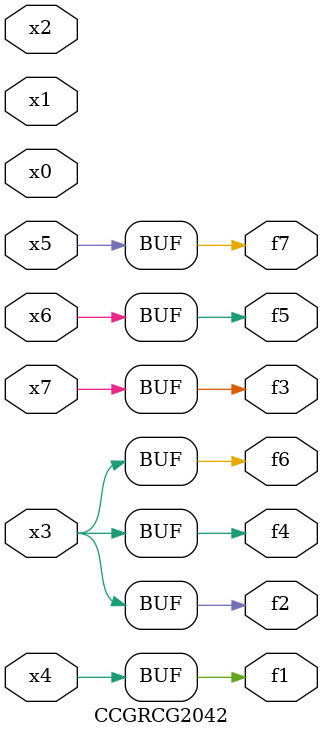
<source format=v>
module CCGRCG2042(
	input x0, x1, x2, x3, x4, x5, x6, x7,
	output f1, f2, f3, f4, f5, f6, f7
);
	assign f1 = x4;
	assign f2 = x3;
	assign f3 = x7;
	assign f4 = x3;
	assign f5 = x6;
	assign f6 = x3;
	assign f7 = x5;
endmodule

</source>
